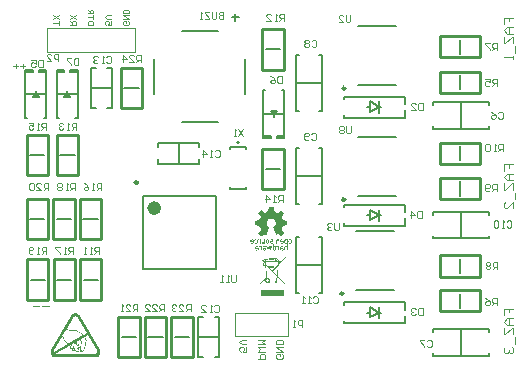
<source format=gbo>
G04*
G04 #@! TF.GenerationSoftware,Altium Limited,Altium Designer,20.0.13 (296)*
G04*
G04 Layer_Color=32896*
%FSLAX44Y44*%
%MOMM*%
G71*
G01*
G75*
%ADD10C,0.2500*%
%ADD13C,0.2000*%
%ADD14C,0.2540*%
%ADD15C,0.1500*%
%ADD16C,0.1000*%
%ADD46C,0.6000*%
%ADD70C,0.1270*%
G36*
X934916Y711910D02*
Y711841D01*
X935599Y708355D01*
Y708219D01*
X935668Y708150D01*
X935736D01*
X938060Y707194D01*
X938334D01*
X941204Y709244D01*
X941341D01*
X941409Y709176D01*
X943938Y706783D01*
Y706715D01*
Y706647D01*
Y706578D01*
Y706510D01*
X941956Y703639D01*
Y703571D01*
Y703503D01*
Y703434D01*
Y703366D01*
X942913Y700974D01*
X943118Y700837D01*
X943186D01*
X946467Y700222D01*
X946604D01*
X946672Y700153D01*
Y700085D01*
Y696599D01*
X946604Y696531D01*
X946536Y696462D01*
X946467D01*
X943255Y695779D01*
X943118Y695711D01*
Y695642D01*
X942024Y693045D01*
Y692976D01*
Y692908D01*
Y692840D01*
Y692771D01*
X943938Y690106D01*
Y690037D01*
Y689969D01*
Y689901D01*
X941409Y687440D01*
X941341Y687372D01*
X941273D01*
X941204Y687440D01*
X938539Y689217D01*
X938334D01*
X937171Y688602D01*
X936966Y688670D01*
X936898D01*
X934506Y694548D01*
Y694754D01*
X934574Y694822D01*
X934916Y694959D01*
X934984D01*
X935053Y695027D01*
Y695095D01*
X935668Y695574D01*
X936078Y696052D01*
X936420Y696599D01*
X936625Y697077D01*
X936761Y697556D01*
X936830Y697898D01*
Y698171D01*
Y698240D01*
X936761Y698855D01*
X936625Y699333D01*
X936488Y699812D01*
X936283Y700222D01*
X936078Y700563D01*
X935873Y700769D01*
X935805Y700905D01*
X935736Y700974D01*
X935258Y701384D01*
X934847Y701657D01*
X934369Y701862D01*
X933959Y701999D01*
X933549Y702067D01*
X933276Y702135D01*
X933002D01*
X932387Y702067D01*
X931908Y701930D01*
X931430Y701794D01*
X931020Y701589D01*
X930678Y701315D01*
X930473Y701179D01*
X930336Y701042D01*
X930268Y700974D01*
X929926Y700563D01*
X929653Y700085D01*
X929448Y699606D01*
X929311Y699196D01*
X929243Y698786D01*
X929174Y698513D01*
Y698308D01*
Y698240D01*
X929243Y697488D01*
X929448Y696872D01*
X929721Y696326D01*
X930063Y695916D01*
X930405Y695574D01*
X930678Y695300D01*
X930883Y695164D01*
X930952Y695095D01*
X931020Y695027D01*
X931088Y694959D01*
X931430Y694822D01*
X931498Y694617D01*
Y694548D01*
X929038Y688670D01*
X928969Y688602D01*
X928833D01*
X927739Y689217D01*
X927466D01*
X924800Y687440D01*
X924732Y687372D01*
X924663D01*
X924595Y687440D01*
X922066Y689901D01*
Y689969D01*
Y690106D01*
X923980Y692771D01*
Y692840D01*
Y692908D01*
Y692976D01*
Y693045D01*
X922954Y695642D01*
X922886Y695711D01*
X922818Y695779D01*
X922749D01*
X919537Y696462D01*
X919400D01*
X919332Y696531D01*
Y696599D01*
Y700085D01*
Y700153D01*
X919400Y700222D01*
X919537D01*
X922818Y700837D01*
X922954D01*
X923023Y700905D01*
Y700974D01*
X924116Y703366D01*
Y703434D01*
Y703503D01*
Y703639D01*
X922066Y706510D01*
Y706578D01*
Y706647D01*
Y706715D01*
Y706783D01*
X924595Y709176D01*
X924732Y709244D01*
X924800D01*
X927739Y707194D01*
X927944D01*
X930268Y708150D01*
X930336Y708219D01*
X930405Y708287D01*
Y708355D01*
X931088Y711841D01*
Y711910D01*
X931157Y711978D01*
X934847D01*
X934916Y711910D01*
D02*
G37*
G36*
X946877Y675137D02*
X946262D01*
Y677256D01*
X946194Y677529D01*
X946125Y677734D01*
X945852Y678008D01*
X945647Y678076D01*
X945237D01*
X945100Y677939D01*
X944827Y677666D01*
X944759Y677392D01*
Y677324D01*
Y677256D01*
Y675137D01*
X944007D01*
Y677529D01*
X944075Y677939D01*
X944212Y678213D01*
X944417Y678486D01*
X944622Y678623D01*
X945032Y678759D01*
X945237D01*
X945715Y678691D01*
X945989Y678554D01*
X946194Y678418D01*
X946262Y678349D01*
Y681220D01*
X945852Y681015D01*
X945510Y680878D01*
X945305Y680810D01*
X945237D01*
X944895Y680878D01*
X944553Y681083D01*
X944280Y681220D01*
X944212Y681288D01*
X944075Y681698D01*
X944007Y682177D01*
Y682587D01*
Y682655D01*
Y682724D01*
Y683407D01*
X944075Y683817D01*
X944143Y684091D01*
X944212Y684159D01*
X944553Y684433D01*
X944895Y684501D01*
X945169Y684569D01*
X945237D01*
X945647Y684501D01*
X945920Y684364D01*
X946194Y684227D01*
X946262Y684159D01*
Y684569D01*
X946877D01*
Y675137D01*
D02*
G37*
G36*
X939905Y680878D02*
X939154D01*
Y683065D01*
X939085Y683339D01*
X939017Y683544D01*
X938744Y683817D01*
X938539Y683886D01*
X938128D01*
X937992Y683749D01*
X937718Y683476D01*
X937650Y683202D01*
Y683134D01*
Y683065D01*
Y680878D01*
X936898D01*
Y683270D01*
X936966Y683681D01*
X937103Y684022D01*
X937308Y684227D01*
X937513Y684433D01*
X937923Y684569D01*
X938128D01*
X938607Y684501D01*
X938880Y684364D01*
X939085Y684227D01*
X939154Y684159D01*
Y684569D01*
X939905D01*
Y680878D01*
D02*
G37*
G36*
X923980D02*
X923228D01*
Y683065D01*
X923159Y683339D01*
X923091Y683544D01*
X922818Y683817D01*
X922613Y683886D01*
X922476D01*
X922339Y683817D01*
X922203Y683749D01*
X922134Y683681D01*
X922066Y683612D01*
X921519Y684296D01*
X921792Y684433D01*
X922066Y684569D01*
X922271D01*
X922681Y684501D01*
X923023Y684364D01*
X923159Y684227D01*
X923228Y684159D01*
Y684569D01*
X923980D01*
Y680878D01*
D02*
G37*
G36*
X927739Y682040D02*
X927671Y681630D01*
X927534Y681357D01*
X927329Y681083D01*
X927056Y680947D01*
X926645Y680810D01*
X926440D01*
X926099Y680878D01*
X925825Y681015D01*
X925620Y681152D01*
X925552Y681220D01*
Y680878D01*
X924800D01*
Y684569D01*
X925552D01*
Y682382D01*
Y682109D01*
X925688Y681904D01*
X925893Y681698D01*
X926099Y681562D01*
X926235D01*
X926509Y681630D01*
X926645Y681698D01*
X926919Y681972D01*
X926987Y682245D01*
Y682382D01*
Y684569D01*
X927739D01*
Y682040D01*
D02*
G37*
G36*
X920494Y684501D02*
X920904Y684296D01*
X921177Y683954D01*
X921382Y683681D01*
X921519Y683339D01*
X921587Y682997D01*
Y682792D01*
Y682724D01*
X921519Y682109D01*
X921314Y681630D01*
X921041Y681288D01*
X920767Y681083D01*
X920494Y680947D01*
X920220Y680810D01*
X919947D01*
X919400Y680947D01*
X918990Y681152D01*
X918717Y681357D01*
X918648Y681493D01*
X919195Y681972D01*
X919469Y681767D01*
X919673Y681630D01*
X919879Y681562D01*
X919947D01*
X920220Y681630D01*
X920425Y681767D01*
X920699Y682177D01*
X920835Y682519D01*
Y682655D01*
Y682724D01*
X920767Y683134D01*
X920699Y683407D01*
X920562Y683612D01*
X920357Y683749D01*
X920084Y683886D01*
X919947D01*
X919605Y683817D01*
X919400Y683681D01*
X919263Y683544D01*
X919195Y683476D01*
X918648Y683954D01*
X919058Y684296D01*
X919469Y684501D01*
X919810Y684569D01*
X919947D01*
X920494Y684501D01*
D02*
G37*
G36*
X942503D02*
X942913Y684296D01*
X943186Y683954D01*
X943323Y683681D01*
X943460Y683339D01*
X943528Y682997D01*
Y682792D01*
Y682724D01*
X943460Y682109D01*
X943255Y681630D01*
X942981Y681288D01*
X942708Y681083D01*
X942434Y680947D01*
X942161Y680810D01*
X941888D01*
X941341Y680878D01*
X940931Y681152D01*
X940657Y681357D01*
X940521Y681425D01*
X941136Y681904D01*
X941409Y681698D01*
X941614Y681562D01*
X941888Y681493D01*
X941956D01*
X942230Y681562D01*
X942434Y681630D01*
X942640Y681972D01*
X942776Y682245D01*
Y682314D01*
Y682382D01*
X940452D01*
Y683065D01*
X940521Y683544D01*
X940726Y683954D01*
X940931Y684227D01*
X941204Y684364D01*
X941546Y684501D01*
X941751Y684569D01*
X942024D01*
X942503Y684501D01*
D02*
G37*
G36*
X917418D02*
X917828Y684296D01*
X918101Y683954D01*
X918238Y683681D01*
X918375Y683339D01*
X918443Y682997D01*
Y682792D01*
Y682724D01*
X918375Y682109D01*
X918170Y681630D01*
X917896Y681288D01*
X917623Y681083D01*
X917350Y680947D01*
X917076Y680810D01*
X916803D01*
X916256Y680878D01*
X915846Y681152D01*
X915572Y681357D01*
X915504Y681425D01*
X916051Y681904D01*
X916256Y681698D01*
X916529Y681562D01*
X916734Y681493D01*
X916803D01*
X917076Y681562D01*
X917281Y681630D01*
X917555Y681972D01*
X917691Y682245D01*
Y682314D01*
Y682382D01*
X915367D01*
Y683065D01*
X915436Y683544D01*
X915641Y683954D01*
X915846Y684227D01*
X916119Y684364D01*
X916461Y684501D01*
X916666Y684569D01*
X916939D01*
X917418Y684501D01*
D02*
G37*
G36*
X949543D02*
X949953Y684364D01*
X950158Y684227D01*
X950227Y684159D01*
X950363Y683681D01*
X950432Y683270D01*
X950500Y682860D01*
Y682792D01*
Y682724D01*
X950432Y682109D01*
X950363Y681698D01*
X950295Y681357D01*
X950227Y681288D01*
X949817Y681015D01*
X949475Y680878D01*
X949201Y680810D01*
X949065D01*
X948586Y680878D01*
X948244Y681083D01*
X948039Y681220D01*
X947971Y681288D01*
X947698Y681698D01*
X947629Y682177D01*
X947561Y682587D01*
Y682655D01*
Y682724D01*
X947629Y683407D01*
X947766Y683817D01*
X947903Y684091D01*
X947971Y684159D01*
X948244Y684433D01*
X948586Y684501D01*
X948928Y684569D01*
X949065D01*
X949543Y684501D01*
D02*
G37*
G36*
X933754D02*
X934096Y684433D01*
X934301Y684227D01*
X934506Y684022D01*
X934642Y683681D01*
Y683544D01*
Y683476D01*
X934574Y683134D01*
X934506Y682929D01*
X934164Y682587D01*
X933822Y682450D01*
X933754Y682382D01*
X933002D01*
X932729Y682245D01*
X932592Y682109D01*
X932524Y682040D01*
Y681972D01*
Y681835D01*
X932660Y681698D01*
X932865Y681562D01*
X933139Y681493D01*
X933276D01*
X933686Y681562D01*
X934096Y681767D01*
X934369Y681904D01*
X934437Y681972D01*
X934916Y681493D01*
X934369Y681083D01*
X933891Y680878D01*
X933481Y680810D01*
X933344D01*
X932797Y680878D01*
X932455Y681015D01*
X932182Y681152D01*
X931977Y681425D01*
X931840Y681630D01*
X931772Y681767D01*
Y681904D01*
Y681972D01*
X931840Y682314D01*
X931908Y682519D01*
X932318Y682860D01*
X932660Y683065D01*
X932865D01*
X933481Y683134D01*
X933822Y683202D01*
X933959Y683339D01*
X934027Y683407D01*
Y683476D01*
X933891Y683749D01*
X933686Y683817D01*
X933481Y683886D01*
X933344D01*
X933070Y683817D01*
X932729Y683749D01*
X932455Y683612D01*
X932318Y683544D01*
X931908Y684022D01*
X932387Y684364D01*
X932797Y684501D01*
X933207Y684569D01*
X933344D01*
X933754Y684501D01*
D02*
G37*
G36*
X930336D02*
X930746Y684364D01*
X930952Y684227D01*
X931020Y684159D01*
X931225Y683749D01*
X931293Y683270D01*
X931362Y682860D01*
Y682792D01*
Y682724D01*
X931293Y682109D01*
X931157Y681630D01*
X931088Y681357D01*
X931020Y681288D01*
X930610Y681015D01*
X930268Y680878D01*
X929995Y680810D01*
X929858D01*
X929379Y680878D01*
X929038Y681083D01*
X928833Y681220D01*
X928764Y681288D01*
X928491Y681698D01*
X928422Y682177D01*
X928354Y682587D01*
Y682655D01*
Y682724D01*
X928422Y683407D01*
X928559Y683817D01*
X928696Y684091D01*
X928764Y684159D01*
X929106Y684433D01*
X929448Y684501D01*
X929721Y684569D01*
X929858D01*
X930336Y684501D01*
D02*
G37*
G36*
X939700Y675137D02*
X938949D01*
Y677256D01*
Y677529D01*
X938880Y677734D01*
X938607Y678008D01*
X938402Y678076D01*
X938128D01*
X937923Y678008D01*
X937855Y677939D01*
X937787Y677871D01*
X937240Y678486D01*
X937513Y678623D01*
X937787Y678759D01*
X938060D01*
X938470Y678691D01*
X938744Y678554D01*
X938880Y678418D01*
X938949Y678349D01*
Y678759D01*
X939700D01*
Y675137D01*
D02*
G37*
G36*
X924937D02*
X924185D01*
Y677256D01*
Y677529D01*
X924048Y677734D01*
X923843Y678008D01*
X923638Y678076D01*
X923296D01*
X923159Y678008D01*
X923023Y677939D01*
Y677871D01*
X922408Y678486D01*
X922681Y678623D01*
X922954Y678759D01*
X923159D01*
X923638Y678691D01*
X923911Y678554D01*
X924116Y678418D01*
X924185Y678349D01*
Y678759D01*
X924937D01*
Y675137D01*
D02*
G37*
G36*
X942640Y678691D02*
X942981Y678554D01*
X943255Y678349D01*
X943323Y678281D01*
X942776Y677871D01*
X942571Y678008D01*
X942298Y678076D01*
X941751D01*
X941614Y678008D01*
X941341Y677871D01*
X941273Y677666D01*
Y677597D01*
Y677256D01*
X942298D01*
X942708Y677187D01*
X942981Y677119D01*
X943255Y676914D01*
X943391Y676709D01*
X943528Y676367D01*
Y676230D01*
Y676162D01*
X943460Y675752D01*
X943323Y675479D01*
X943118Y675273D01*
X942845Y675137D01*
X942366Y675000D01*
X942161D01*
X941751Y675068D01*
X941478Y675205D01*
X941341Y675342D01*
X941273Y675410D01*
Y675137D01*
X940521D01*
Y677597D01*
X940589Y678008D01*
X940794Y678281D01*
X940999Y678486D01*
X941273Y678623D01*
X941614Y678691D01*
X941819Y678759D01*
X942093D01*
X942640Y678691D01*
D02*
G37*
G36*
X927807D02*
X928149Y678554D01*
X928354Y678349D01*
X928422Y678281D01*
X927876Y677871D01*
X927739Y678008D01*
X927466Y678076D01*
X926919D01*
X926782Y678008D01*
X926509Y677871D01*
X926440Y677666D01*
Y677597D01*
Y677256D01*
X927466D01*
X927876Y677187D01*
X928149Y677119D01*
X928422Y676914D01*
X928559Y676709D01*
X928696Y676367D01*
Y676230D01*
Y676162D01*
X928628Y675752D01*
X928491Y675479D01*
X928286Y675273D01*
X928012Y675137D01*
X927602Y675000D01*
X927397D01*
X926987Y675068D01*
X926645Y675205D01*
X926509Y675342D01*
X926440Y675410D01*
Y675137D01*
X925757D01*
Y677597D01*
X925825Y678008D01*
X925962Y678281D01*
X926235Y678486D01*
X926440Y678623D01*
X926987Y678759D01*
X927192D01*
X927807Y678691D01*
D02*
G37*
G36*
X932729Y675137D02*
X932113D01*
X931362Y677666D01*
X930541Y675137D01*
X929858D01*
X928696Y678759D01*
X929516D01*
X930200Y676162D01*
X931020Y678759D01*
X931567D01*
X932455Y676162D01*
X933139Y678759D01*
X933891D01*
X932729Y675137D01*
D02*
G37*
G36*
X921382Y678691D02*
X921792Y678486D01*
X922066Y678144D01*
X922203Y677871D01*
X922339Y677529D01*
X922408Y677187D01*
Y676982D01*
Y676914D01*
X922339Y676299D01*
X922134Y675820D01*
X921861Y675479D01*
X921587Y675273D01*
X921314Y675137D01*
X921041Y675000D01*
X920767D01*
X920220Y675068D01*
X919810Y675342D01*
X919537Y675547D01*
X919469Y675615D01*
X920015Y676094D01*
X920289Y675889D01*
X920494Y675752D01*
X920767Y675684D01*
X920835D01*
X921109Y675752D01*
X921314Y675820D01*
X921519Y676162D01*
X921656Y676435D01*
Y676504D01*
Y676572D01*
X919332D01*
Y677256D01*
X919400Y677734D01*
X919605Y678144D01*
X919810Y678418D01*
X920084Y678554D01*
X920425Y678691D01*
X920630Y678759D01*
X920904D01*
X921382Y678691D01*
D02*
G37*
G36*
X935053Y678349D02*
X935394Y678623D01*
X935668Y678691D01*
X935941Y678759D01*
X936010D01*
X936420Y678691D01*
X936761Y678554D01*
X936898Y678418D01*
X936966Y678349D01*
X937035Y678213D01*
X937103Y678008D01*
X937171Y677529D01*
X937240Y677119D01*
Y676982D01*
Y676914D01*
Y676504D01*
X937171Y676230D01*
Y675957D01*
X937103Y675820D01*
X937035Y675615D01*
X936966Y675547D01*
X936693Y675205D01*
X936351Y675068D01*
X936078Y675000D01*
X936010D01*
X935599Y675068D01*
X935326Y675205D01*
X935121Y675342D01*
X935053Y675410D01*
Y675137D01*
X934301D01*
Y680263D01*
X935053D01*
Y678349D01*
D02*
G37*
G36*
X945500Y669395D02*
X939215Y662836D01*
X939058Y661079D01*
X938668Y656824D01*
X938356Y653740D01*
X945071Y646830D01*
X944602Y646400D01*
X938278Y652881D01*
X937926Y648899D01*
X937731D01*
Y647376D01*
X936326D01*
Y648899D01*
X931953D01*
X931797Y648587D01*
X931602Y648313D01*
X931290Y647962D01*
X930860Y647689D01*
X930392Y647533D01*
X929962Y647494D01*
X929494Y647533D01*
X929142Y647611D01*
X928791Y647767D01*
X928440Y647962D01*
X928205Y648235D01*
X927932Y648587D01*
X927737Y649016D01*
X927620Y649406D01*
X927581Y649719D01*
X927620Y650109D01*
X927698Y650422D01*
X927776Y650695D01*
X927971Y651007D01*
X928166Y651241D01*
X928401Y651476D01*
X928674Y651671D01*
X928947Y651827D01*
X928908Y652139D01*
X923364Y646400D01*
X922896Y646869D01*
X928869Y652998D01*
X928362Y658386D01*
X928049Y662251D01*
X926253D01*
Y664749D01*
X926722D01*
X922232Y669395D01*
X922701Y669824D01*
X926917Y665452D01*
Y665764D01*
X926839Y665842D01*
X926722Y665920D01*
X926605Y666037D01*
X926488Y666193D01*
X926449Y666311D01*
X926410Y666467D01*
X926370Y666662D01*
X926410Y666896D01*
X926449Y667052D01*
X926644Y667287D01*
X926800Y667482D01*
X927073Y667560D01*
X927307Y667599D01*
X927581D01*
X927776Y667482D01*
X927971Y667365D01*
X928088Y667248D01*
X928244Y667404D01*
X928518Y667599D01*
X928869Y667755D01*
X929337Y667950D01*
X929845Y668107D01*
X930392Y668224D01*
X930938Y668302D01*
X931368Y668380D01*
Y668926D01*
X934920D01*
Y668419D01*
X935193D01*
X935662Y668380D01*
X936130Y668302D01*
X936599Y668224D01*
Y668536D01*
X938160D01*
Y667794D01*
X938317Y667716D01*
X938590Y667599D01*
X938824Y667443D01*
X939058Y667287D01*
X939293Y667092D01*
X939410Y666974D01*
X939527Y666857D01*
X939566Y666701D01*
Y666467D01*
X940464D01*
Y665296D01*
X939449D01*
X939293Y663851D01*
X945071Y669824D01*
X945500Y669395D01*
D02*
G37*
G36*
X944173Y641286D02*
Y641208D01*
Y640935D01*
Y640622D01*
Y640544D01*
Y640505D01*
Y639920D01*
Y639334D01*
Y639100D01*
Y638905D01*
Y638788D01*
Y638749D01*
Y638085D01*
Y637812D01*
Y637538D01*
Y637343D01*
Y637187D01*
Y637070D01*
Y637031D01*
Y636758D01*
Y636562D01*
Y636445D01*
Y636367D01*
Y636250D01*
X923911D01*
Y636289D01*
Y636367D01*
Y636640D01*
Y636914D01*
Y636992D01*
Y637031D01*
Y637616D01*
Y638202D01*
Y638397D01*
Y638592D01*
Y638709D01*
Y638749D01*
Y639451D01*
Y639725D01*
Y639998D01*
Y640193D01*
Y640388D01*
Y640466D01*
Y640505D01*
Y640779D01*
Y640974D01*
Y641130D01*
Y641208D01*
Y641325D01*
X944173D01*
Y641286D01*
D02*
G37*
G36*
X767984Y621986D02*
X768687Y621811D01*
X768980Y621693D01*
X769155Y621635D01*
X769273Y621518D01*
X769331D01*
X769565Y621401D01*
X769683Y621342D01*
X770210Y620873D01*
X770561Y620405D01*
X770854Y620053D01*
X770913Y619995D01*
Y619936D01*
X787664Y590884D01*
X787723D01*
Y590826D01*
X787840Y590592D01*
X787957Y590416D01*
X788016Y590299D01*
Y590240D01*
X788074Y590123D01*
X788133Y589889D01*
X788191Y589713D01*
Y589654D01*
X788250Y589069D01*
Y588483D01*
X788133Y588014D01*
X788016Y587546D01*
X787899Y587194D01*
X787781Y586902D01*
X787723Y586726D01*
X787664Y586667D01*
Y586609D01*
X787430Y586257D01*
X787371Y586140D01*
X787313Y586082D01*
X787020Y585789D01*
X786961Y585671D01*
X786903Y585613D01*
X786376Y585203D01*
X785907Y584969D01*
X785380Y584734D01*
X784911Y584617D01*
X784501Y584559D01*
X784209Y584500D01*
X750061D01*
X749885Y584559D01*
X749534D01*
X749358Y584617D01*
X749182Y584676D01*
X749124D01*
X748538Y584910D01*
X748069Y585203D01*
X747659Y585554D01*
X747308Y585847D01*
X747074Y586199D01*
X746898Y586433D01*
X746781Y586609D01*
X746722Y586667D01*
X746664D01*
X746546Y586902D01*
X746488Y587077D01*
X746429Y587194D01*
Y587253D01*
X746371Y587487D01*
X746312Y587663D01*
X746254Y587780D01*
Y587839D01*
X746195Y588483D01*
Y589069D01*
X746254Y589596D01*
X746371Y590006D01*
X746488Y590416D01*
X746605Y590709D01*
X746664Y590884D01*
X746722Y590943D01*
X763474Y619995D01*
X763767Y620346D01*
X763825Y620463D01*
X763884Y620522D01*
X764001Y620698D01*
X764118Y620815D01*
X764235Y620932D01*
X764294Y620991D01*
X764762Y621342D01*
X765231Y621635D01*
X765758Y621811D01*
X766168Y621986D01*
X766578Y622045D01*
X766871Y622104D01*
X767164D01*
X767984Y621986D01*
D02*
G37*
%LPC*%
G36*
X945647Y683886D02*
X945510D01*
X945237Y683817D01*
X945100Y683681D01*
X944827Y683339D01*
X944759Y682929D01*
Y682792D01*
Y682724D01*
Y682314D01*
X944895Y682040D01*
X944964Y681835D01*
X945100Y681698D01*
X945374Y681562D01*
X945510D01*
X945784Y681630D01*
X945920Y681767D01*
X946194Y682177D01*
X946262Y682519D01*
Y682655D01*
Y682724D01*
X946194Y683134D01*
X946125Y683407D01*
X945989Y683612D01*
X945852Y683749D01*
X945647Y683886D01*
D02*
G37*
G36*
X942161D02*
X941819D01*
X941614Y683749D01*
X941341Y683476D01*
X941204Y683202D01*
Y683134D01*
Y683065D01*
X942776D01*
X942708Y683339D01*
X942640Y683544D01*
X942366Y683817D01*
X942161Y683886D01*
D02*
G37*
G36*
X917076D02*
X916734D01*
X916529Y683749D01*
X916256Y683476D01*
X916119Y683202D01*
Y683134D01*
Y683065D01*
X917691D01*
X917623Y683339D01*
X917555Y683544D01*
X917281Y683817D01*
X917076Y683886D01*
D02*
G37*
G36*
X949133D02*
X949065D01*
X948791Y683817D01*
X948586Y683749D01*
X948518Y683612D01*
X948449Y683544D01*
X948381Y683339D01*
X948313Y683065D01*
Y682860D01*
Y682724D01*
Y682314D01*
X948381Y682040D01*
X948449Y681904D01*
Y681835D01*
X948586Y681698D01*
X948791Y681630D01*
X948996Y681562D01*
X949065D01*
X949338Y681630D01*
X949543Y681698D01*
X949611Y681767D01*
Y681835D01*
X949748Y682109D01*
X949817Y682382D01*
X949885Y682655D01*
Y682724D01*
X949817Y683065D01*
X949748Y683339D01*
X949680Y683476D01*
X949611Y683544D01*
X949475Y683749D01*
X949270Y683817D01*
X949133Y683886D01*
D02*
G37*
G36*
X929926D02*
X929858D01*
X929585Y683817D01*
X929448Y683749D01*
X929311Y683612D01*
Y683544D01*
X929174Y683339D01*
X929106Y683065D01*
Y682860D01*
Y682724D01*
Y682314D01*
X929174Y682040D01*
X929243Y681904D01*
X929311Y681835D01*
X929448Y681698D01*
X929653Y681630D01*
X929790Y681562D01*
X929858D01*
X930131Y681630D01*
X930336Y681698D01*
X930405Y681767D01*
Y681835D01*
X930541Y682040D01*
X930610Y682382D01*
Y682587D01*
Y682724D01*
X930541Y683134D01*
X930473Y683407D01*
X930405Y683544D01*
X930268Y683749D01*
X930063Y683817D01*
X929926Y683886D01*
D02*
G37*
G36*
X942230Y676572D02*
X941273D01*
Y676367D01*
Y676162D01*
X941409Y675957D01*
X941683Y675752D01*
X941956Y675684D01*
X942093D01*
X942503Y675752D01*
X942708Y675957D01*
X942776Y676094D01*
Y676162D01*
X942708Y676435D01*
X942434Y676504D01*
X942230Y676572D01*
D02*
G37*
G36*
X927397D02*
X926440D01*
Y676367D01*
X926509Y676162D01*
X926577Y675957D01*
X926850Y675752D01*
X927192Y675684D01*
X927329D01*
X927671Y675752D01*
X927876Y675957D01*
X927944Y676094D01*
Y676162D01*
X927876Y676435D01*
X927602Y676504D01*
X927397Y676572D01*
D02*
G37*
G36*
X921041Y678076D02*
X920699D01*
X920494Y677939D01*
X920220Y677666D01*
X920084Y677392D01*
Y677324D01*
Y677256D01*
X921656D01*
X921587Y677529D01*
X921519Y677734D01*
X921246Y678008D01*
X921041Y678076D01*
D02*
G37*
G36*
X935873D02*
X935736D01*
X935531Y678008D01*
X935326Y677871D01*
X935121Y677529D01*
X935053Y677119D01*
Y676982D01*
Y676914D01*
Y676504D01*
X935189Y676230D01*
X935258Y676025D01*
X935394Y675889D01*
X935599Y675752D01*
X935736D01*
X936010Y675820D01*
X936146Y675957D01*
X936420Y676367D01*
X936488Y676709D01*
Y676845D01*
Y676914D01*
X936420Y677324D01*
X936351Y677597D01*
X936215Y677802D01*
X936078Y677939D01*
X935873Y678076D01*
D02*
G37*
G36*
X934257Y668263D02*
X931992D01*
Y667911D01*
X934257D01*
Y668263D01*
D02*
G37*
G36*
X934920Y667755D02*
Y667248D01*
X931368D01*
Y667677D01*
X930626Y667560D01*
X929962Y667404D01*
X929416Y667248D01*
X928986Y667052D01*
X928596Y666857D01*
X928362Y666623D01*
Y666467D01*
X936599D01*
Y667560D01*
X936091Y667638D01*
X935545Y667716D01*
X934920Y667755D01*
D02*
G37*
G36*
X937497Y667911D02*
X937263D01*
Y667052D01*
X937497D01*
Y667911D01*
D02*
G37*
G36*
X938160Y667092D02*
Y666467D01*
X938902D01*
X938941Y666545D01*
X938746Y666740D01*
X938512Y666896D01*
X938160Y667092D01*
D02*
G37*
G36*
X927385Y666974D02*
X927346D01*
X927151Y666935D01*
X927073Y666818D01*
X927034Y666701D01*
Y666662D01*
X927073Y666467D01*
X927190Y666350D01*
X927307Y666311D01*
X927346D01*
X927542Y666350D01*
X927620Y666506D01*
X927659Y666623D01*
Y666662D01*
X927620Y666857D01*
X927503Y666935D01*
X927385Y666974D01*
D02*
G37*
G36*
X928127Y664124D02*
X926917D01*
Y662914D01*
X928127D01*
Y664124D01*
D02*
G37*
G36*
X934335Y661353D02*
X931016D01*
Y661118D01*
X934335D01*
Y661353D01*
D02*
G37*
G36*
X938824Y665296D02*
X928440D01*
X928479Y664749D01*
X928791D01*
Y663578D01*
X930313Y661977D01*
X934998D01*
Y660494D01*
X931797D01*
X933905Y658269D01*
X938629Y663148D01*
X938824Y665296D01*
D02*
G37*
G36*
X938512Y662133D02*
X934374Y657800D01*
X937770Y654325D01*
X938512Y662133D01*
D02*
G37*
G36*
X928791Y662641D02*
Y662251D01*
X928713D01*
X929455Y653623D01*
X933476Y657800D01*
X930860Y660494D01*
X930313D01*
Y661040D01*
X928791Y662641D01*
D02*
G37*
G36*
X933905Y657371D02*
X929494Y652764D01*
X929572Y651983D01*
X929884Y652022D01*
X930235Y651983D01*
X930626Y651866D01*
X931016Y651671D01*
X931329Y651476D01*
X931602Y651202D01*
X931836Y650851D01*
X932031Y650422D01*
X932148Y649914D01*
X932109Y649563D01*
X937341D01*
X937692Y653467D01*
X933905Y657371D01*
D02*
G37*
G36*
X930040Y650890D02*
X929884D01*
X929494Y650851D01*
X929220Y650734D01*
X929025Y650539D01*
X928908Y650343D01*
X928791Y650109D01*
X928752Y649953D01*
Y649797D01*
Y649758D01*
X928791Y649367D01*
X928908Y649094D01*
X929103Y648899D01*
X929298Y648782D01*
X929533Y648704D01*
X929689Y648626D01*
X929884D01*
X930235Y648665D01*
X930509Y648821D01*
X930704Y648977D01*
X930821Y649211D01*
X930899Y649406D01*
X930977Y649602D01*
Y649719D01*
Y649758D01*
X930938Y650148D01*
X930821Y650422D01*
X930626Y650617D01*
X930431Y650734D01*
X930235Y650851D01*
X930040Y650890D01*
D02*
G37*
G36*
X937067Y648899D02*
X936950D01*
Y648001D01*
X937067D01*
Y648899D01*
D02*
G37*
%LPD*%
G36*
X930118Y650461D02*
X930313Y650382D01*
X930431Y650265D01*
X930548Y650148D01*
X930626Y649875D01*
Y649797D01*
Y649758D01*
X930587Y649523D01*
X930509Y649328D01*
X930392Y649211D01*
X930235Y649094D01*
X930001Y649016D01*
X929884D01*
X929650Y649055D01*
X929455Y649133D01*
X929337Y649250D01*
X929220Y649406D01*
X929142Y649641D01*
Y649719D01*
Y649758D01*
X929181Y649992D01*
X929259Y650187D01*
X929377Y650304D01*
X929494Y650422D01*
X929767Y650499D01*
X929884D01*
X930118Y650461D01*
D02*
G37*
%LPC*%
G36*
X929923Y649875D02*
X929806D01*
X929767Y649836D01*
Y649797D01*
Y649758D01*
Y649680D01*
X929806Y649641D01*
X929884D01*
X929962Y649680D01*
X930001Y649719D01*
Y649758D01*
X929962Y649836D01*
X929923Y649875D01*
D02*
G37*
G36*
X767281Y619292D02*
X767164D01*
Y619233D01*
X766578Y619116D01*
X766051Y618941D01*
X765758Y618765D01*
X765641Y618648D01*
X765465Y618531D01*
X765407Y618472D01*
Y618413D01*
X765290Y618179D01*
X765231Y618121D01*
X765173D01*
X759725Y608632D01*
X761600Y607870D01*
X762185Y607695D01*
X762712Y607636D01*
X762947Y607578D01*
X763884D01*
X764470Y607636D01*
X766930D01*
X767398Y607578D01*
X767867Y607460D01*
X768218Y607402D01*
X768453Y607343D01*
X768628Y607285D01*
X768687D01*
X769097Y607109D01*
X769565Y606933D01*
X770385Y606406D01*
X770737Y606172D01*
X771030Y605996D01*
X771205Y605879D01*
X771264Y605820D01*
X771440Y605703D01*
X771733Y605527D01*
X771908Y605410D01*
X772026Y605352D01*
X772260Y605235D01*
X772318Y605176D01*
X772377D01*
X772494Y605117D01*
X772553Y605059D01*
X772963Y604766D01*
X773255Y604532D01*
X773431Y604415D01*
X773490Y604356D01*
X773841Y604063D01*
X774075Y603829D01*
X774193Y603712D01*
X774251Y603653D01*
X776711Y605059D01*
X769214Y618062D01*
X768980Y618355D01*
X768745Y618648D01*
X768570Y618765D01*
X768511Y618823D01*
X768453Y618882D01*
X768394D01*
X768335Y618941D01*
X767925Y619175D01*
X767574Y619233D01*
X767281Y619292D01*
D02*
G37*
G36*
X759432Y608105D02*
X756211Y602599D01*
X756504Y602365D01*
X756621Y602306D01*
X756680Y602247D01*
X756914Y601955D01*
X757148Y601603D01*
X757324Y601427D01*
X757382Y601310D01*
X757558Y600959D01*
X757675Y600549D01*
X757792Y600256D01*
X757851Y600197D01*
Y600139D01*
X758027Y599612D01*
X758202Y599319D01*
X758261Y599143D01*
X758319Y599085D01*
X758554Y598792D01*
X758612Y598733D01*
X758671Y598675D01*
X758964Y598382D01*
X759022Y598323D01*
X759081Y598265D01*
X759608Y597737D01*
X760135Y597327D01*
X760604Y596976D01*
X760955Y596742D01*
X761307Y596566D01*
X761541Y596449D01*
X761658Y596390D01*
X761717D01*
X773724Y603360D01*
X773314Y603712D01*
X773197Y603829D01*
X773138Y603887D01*
X772787Y604122D01*
X772494Y604356D01*
X772260Y604473D01*
X772201Y604532D01*
X771967Y604707D01*
X771850Y604766D01*
X771733Y604825D01*
X771381Y605059D01*
X771088Y605235D01*
X770971Y605293D01*
X770913Y605352D01*
X770385Y605703D01*
X769917Y605996D01*
X769507Y606230D01*
X769155Y606406D01*
X768863Y606523D01*
X768628Y606640D01*
X768511Y606699D01*
X768453D01*
X767574Y606933D01*
X766754Y607050D01*
X765465D01*
X765173Y606992D01*
X765055D01*
X764352Y606933D01*
X763181D01*
X762478Y606992D01*
X761892Y607168D01*
X761717Y607226D01*
X761541Y607285D01*
X761424Y607343D01*
X761365D01*
X759432Y608105D01*
D02*
G37*
G36*
X768043Y597913D02*
X766578Y597034D01*
X766930Y596800D01*
X767223Y596566D01*
X767457Y596332D01*
X767574Y596273D01*
X767691Y596449D01*
X767808Y596624D01*
X767867Y596800D01*
X767925Y596859D01*
X767984Y596976D01*
X768101Y597327D01*
Y597444D01*
Y597503D01*
Y597620D01*
Y597796D01*
X768043Y597854D01*
Y597913D01*
D02*
G37*
G36*
X769683Y598850D02*
X768628Y598265D01*
X768687Y597972D01*
X768745Y597737D01*
Y597562D01*
Y597503D01*
X768687Y597210D01*
X768628Y596976D01*
X768570Y596800D01*
Y596742D01*
X768511Y596624D01*
X768335Y596273D01*
X768218Y596039D01*
X768101Y595922D01*
Y595863D01*
X768453Y595512D01*
X768804Y595219D01*
X769038Y594985D01*
X769097Y594867D01*
X769155Y594809D01*
X769214Y594750D01*
X769273Y594692D01*
X769331Y594633D01*
X769507Y594985D01*
X769624Y595219D01*
X769683Y595395D01*
X769741Y595453D01*
X769800Y595570D01*
X769858Y595687D01*
X769917Y595863D01*
Y595922D01*
X769975Y596156D01*
Y596449D01*
Y596683D01*
Y596800D01*
Y596859D01*
Y596976D01*
Y597327D01*
Y597620D01*
Y597737D01*
Y597796D01*
X769917Y598206D01*
Y598323D01*
Y598382D01*
X769800Y598733D01*
X769683Y598792D01*
Y598850D01*
D02*
G37*
G36*
X771147Y599729D02*
X770210Y599202D01*
X770327Y598967D01*
X770444Y598792D01*
X770503Y598616D01*
Y598557D01*
X770561Y598265D01*
X770620Y598030D01*
Y597854D01*
Y597796D01*
Y597444D01*
Y597327D01*
Y597269D01*
Y596976D01*
Y596859D01*
Y596800D01*
Y596332D01*
X770561Y596039D01*
X770503Y595863D01*
Y595804D01*
Y595746D01*
X770444Y595570D01*
Y595512D01*
Y595453D01*
X770385D01*
X770327Y595336D01*
X770268Y595277D01*
Y595219D01*
X770093Y594809D01*
X769858Y594457D01*
X769741Y594223D01*
X769683Y594106D01*
X769975Y593696D01*
X770151Y593344D01*
X770268Y593110D01*
X770327Y592993D01*
X770561Y593169D01*
X770620Y593227D01*
X770678D01*
X770854Y593344D01*
X770971Y593462D01*
X771088Y593520D01*
Y593579D01*
X771147Y593637D01*
X771205Y593696D01*
X771264D01*
X771440Y593754D01*
Y593813D01*
X771498D01*
X771557Y593872D01*
X771615D01*
Y593930D01*
X771674Y593989D01*
Y594106D01*
Y594516D01*
X771615Y594867D01*
X771557Y595102D01*
Y595219D01*
Y595629D01*
X771674Y596097D01*
X771791Y596449D01*
X771850Y596566D01*
Y596624D01*
X771967Y596976D01*
X772026Y597210D01*
X772084Y597620D01*
Y597796D01*
Y597854D01*
X771967Y598089D01*
X771850Y598323D01*
X771733Y598557D01*
X771674Y598616D01*
X771440Y599085D01*
X771264Y599436D01*
X771147Y599670D01*
Y599729D01*
D02*
G37*
G36*
X764294Y594164D02*
X764235D01*
X764118Y594047D01*
X763825Y593872D01*
X763650Y593637D01*
X763532Y593579D01*
Y593520D01*
Y593462D01*
X763474D01*
Y593403D01*
X763357Y593227D01*
Y593169D01*
Y593110D01*
Y592934D01*
X763415Y592759D01*
X763474Y592583D01*
Y592524D01*
X763532D01*
X763650Y592407D01*
X763884Y592349D01*
X764118D01*
X764587Y592407D01*
X764938Y592466D01*
X765173Y592524D01*
X765290D01*
X765583Y592642D01*
X765641Y592700D01*
X765700D01*
X765641Y592759D01*
Y592817D01*
X765583Y592876D01*
X765348Y593227D01*
X765173Y593520D01*
X764997Y593637D01*
X764938Y593696D01*
X764762Y593872D01*
X764528Y593989D01*
X764352Y594106D01*
X764294Y594164D01*
D02*
G37*
G36*
X774895Y601896D02*
X771733Y600080D01*
X771791Y599729D01*
X771967Y599377D01*
X772143Y599085D01*
X772201Y599026D01*
Y598967D01*
X772436Y598557D01*
X772611Y598265D01*
X772670Y598030D01*
Y597972D01*
Y597796D01*
Y597503D01*
X772611Y597034D01*
X772553Y596742D01*
X772494Y596566D01*
X772436Y596449D01*
Y596390D01*
X772318Y596097D01*
X772260Y595863D01*
X772201Y595570D01*
Y595453D01*
Y595395D01*
X772260Y594926D01*
Y594457D01*
Y594164D01*
Y594106D01*
Y594047D01*
Y593930D01*
Y593872D01*
X772201Y593754D01*
Y593696D01*
X772143Y593462D01*
Y593344D01*
X772084Y593110D01*
X772026Y592993D01*
Y592934D01*
X771850Y592349D01*
X771733Y591939D01*
X771615Y591587D01*
Y591294D01*
X771557Y591119D01*
Y591002D01*
Y590884D01*
X771674Y590533D01*
X771850Y590240D01*
X772026Y590006D01*
X772084Y589947D01*
X772143Y589889D01*
X772201Y589830D01*
Y590006D01*
Y590123D01*
Y590357D01*
Y590474D01*
X772377Y590826D01*
X772436Y590943D01*
X772494Y591002D01*
X772611Y591177D01*
X772670Y591236D01*
X772846Y591529D01*
X773080Y591763D01*
X773255Y591880D01*
X773490Y591997D01*
X773841Y592114D01*
X774134D01*
X774193Y592056D01*
X774251D01*
X774310Y591997D01*
X774368D01*
X774427Y592232D01*
X774485Y592466D01*
X774544Y592642D01*
X774603Y592700D01*
X774778Y593110D01*
X774954Y593462D01*
X775013Y593696D01*
X775071Y593754D01*
X775130Y594223D01*
X775247Y594633D01*
X775305Y595043D01*
Y595102D01*
Y595160D01*
X775364Y595863D01*
X775481Y596332D01*
X775540Y596624D01*
Y596742D01*
Y596800D01*
X775598Y596976D01*
X775657Y597152D01*
X775715Y597269D01*
Y597327D01*
X775833Y597796D01*
X775891Y598147D01*
X775950Y598499D01*
Y598733D01*
Y598909D01*
Y599026D01*
Y599143D01*
X775833Y599436D01*
X775715Y599787D01*
X775598Y600080D01*
X775540Y600139D01*
Y600197D01*
X775188Y600900D01*
X775013Y601427D01*
X774895Y601779D01*
Y601896D01*
D02*
G37*
G36*
X765993Y596742D02*
X763650Y595395D01*
X763942Y595160D01*
X764235Y594926D01*
X764470Y594750D01*
X764528Y594692D01*
X764587D01*
X764938Y594457D01*
X765173Y594340D01*
X765231Y594223D01*
X765290D01*
X765641Y593872D01*
X765934Y593520D01*
X766110Y593286D01*
X766168Y593227D01*
Y593169D01*
X766285Y592934D01*
X766344Y592759D01*
X766403Y592642D01*
Y592583D01*
Y592466D01*
X766461Y592407D01*
Y592349D01*
X766813Y592466D01*
X766988D01*
X767223Y592524D01*
X767281Y592583D01*
X768043D01*
X768394Y592524D01*
X768511D01*
X768628Y592466D01*
X768687D01*
X768745Y592407D01*
X768921D01*
X768980Y592349D01*
X769038D01*
X769390Y592232D01*
X769624Y592056D01*
X769800Y591939D01*
X769858Y591880D01*
X769975Y591646D01*
X770027Y591595D01*
X770034Y591529D01*
Y591587D01*
X770027Y591595D01*
X769975Y592056D01*
X769800Y592583D01*
X769565Y593052D01*
X769331Y593520D01*
X769097Y593930D01*
X768863Y594223D01*
X768687Y594399D01*
X768628Y594457D01*
X768160Y594985D01*
X767691Y595395D01*
X767398Y595629D01*
X767340Y595746D01*
X767281D01*
X766754Y596156D01*
X766344Y596449D01*
X766110Y596683D01*
X765993Y596742D01*
D02*
G37*
G36*
X765875Y592114D02*
X765758Y592056D01*
X765641Y591997D01*
X765524Y591939D01*
X765290D01*
X765173Y591880D01*
X764997Y591587D01*
Y591353D01*
Y591177D01*
Y591119D01*
Y591002D01*
X765055Y590943D01*
Y590884D01*
X765114Y590826D01*
X765173Y590767D01*
X765348Y590650D01*
X765524Y590592D01*
X765700D01*
X765993Y590650D01*
X766227Y590767D01*
X766344Y590826D01*
X766403Y590884D01*
X766168Y591236D01*
X766051Y591587D01*
X765993Y591822D01*
Y591880D01*
X765934Y592056D01*
X765875Y592114D01*
D02*
G37*
G36*
X767808Y592290D02*
X767340D01*
X766988Y592173D01*
X766754Y592114D01*
X766637Y592056D01*
X766578Y591997D01*
X766637Y591704D01*
X766813Y591353D01*
X767047Y591060D01*
X767105Y591002D01*
Y590943D01*
X767398Y590533D01*
X767633Y590240D01*
X767808Y590123D01*
X767867Y590064D01*
X768043Y589947D01*
X768160Y589889D01*
X768277Y589830D01*
X768511Y589771D01*
X768628D01*
X768863Y589713D01*
X769155D01*
X769390Y589771D01*
X769507Y589830D01*
X769565Y589947D01*
X769800Y590182D01*
X769917Y590474D01*
X769975Y590650D01*
Y590767D01*
X769917Y591002D01*
Y591060D01*
X769741Y591353D01*
X769683Y591529D01*
X769624Y591646D01*
X769390Y591822D01*
X769155Y591939D01*
X768980Y592056D01*
X768863D01*
X768804Y592114D01*
X768628D01*
X768570Y592173D01*
X768335Y592232D01*
X768043D01*
X767808Y592290D01*
D02*
G37*
G36*
X774193Y591763D02*
X773724D01*
X773548Y591646D01*
X773197Y591470D01*
X772963Y591236D01*
X772904Y591177D01*
Y591119D01*
X772846Y591002D01*
Y590943D01*
X772787Y590884D01*
Y590826D01*
X772611Y590533D01*
X772553Y590416D01*
Y590357D01*
X772494Y590299D01*
Y590240D01*
Y590182D01*
Y590123D01*
Y589947D01*
X772553Y589889D01*
Y589830D01*
Y589713D01*
X772611Y589654D01*
X772846D01*
X773080Y589713D01*
X773314Y589830D01*
X773431Y589947D01*
X773490Y590006D01*
X773607Y590182D01*
X773724Y590416D01*
X773958Y590884D01*
X774017Y591119D01*
X774134Y591353D01*
X774193Y591470D01*
Y591529D01*
X774251Y591704D01*
X774193Y591763D01*
D02*
G37*
G36*
X777648Y603478D02*
X775481Y602189D01*
X775598Y601662D01*
X775774Y601076D01*
X775891Y600842D01*
X776008Y600666D01*
X776067Y600549D01*
Y600490D01*
X776301Y599963D01*
X776418Y599612D01*
X776535Y599377D01*
Y599319D01*
X776594Y599026D01*
Y598733D01*
X776477Y598030D01*
X776418Y597737D01*
X776360Y597444D01*
X776301Y597269D01*
Y597210D01*
X776243Y596976D01*
X776184Y596742D01*
Y596683D01*
Y596624D01*
X776125Y596566D01*
X776067Y596156D01*
X776008Y595629D01*
X775950Y595395D01*
X775891Y595219D01*
Y595102D01*
Y595043D01*
X775833Y594692D01*
X775774Y594399D01*
X775715Y593930D01*
X775657Y593637D01*
Y593579D01*
X775540Y593286D01*
X775364Y592876D01*
X775247Y592583D01*
X775188Y592524D01*
Y592466D01*
X775071Y592232D01*
X775013Y591997D01*
X774895Y591763D01*
X774837Y591646D01*
Y591587D01*
Y591529D01*
X774778Y591470D01*
Y591412D01*
Y591353D01*
X774603Y590884D01*
X774485Y590533D01*
X774310Y590240D01*
X774193Y590006D01*
X774134Y589830D01*
X774017Y589713D01*
X773958Y589654D01*
X773607Y589303D01*
X773197Y589127D01*
X772963Y589010D01*
X772846D01*
X772436Y589069D01*
X772260Y589127D01*
X772201D01*
X771850Y589361D01*
X771733Y589420D01*
X771674Y589479D01*
X771440Y589713D01*
X771264Y589947D01*
X771030Y590416D01*
X770913Y590767D01*
Y590826D01*
Y590884D01*
Y591119D01*
X770971Y591412D01*
X771147Y592114D01*
X771205Y592407D01*
X771323Y592700D01*
X771381Y592876D01*
Y592934D01*
X771264Y592876D01*
X771147Y592759D01*
X771030Y592700D01*
X770971D01*
X770737Y592524D01*
X770620Y592407D01*
X770561Y592349D01*
X770620Y592056D01*
Y591763D01*
Y591529D01*
Y591470D01*
Y591412D01*
Y591353D01*
Y591294D01*
Y590884D01*
X770503Y590474D01*
X770444Y590182D01*
X770327Y589947D01*
X770151Y589596D01*
X770034Y589479D01*
X769800Y589303D01*
X769507Y589186D01*
X769273Y589127D01*
X768570D01*
X768160Y589244D01*
X768043Y589303D01*
X767984D01*
X767633Y589479D01*
X767574Y589596D01*
X767515D01*
X767223Y589830D01*
X766988Y590064D01*
X766813Y590299D01*
X766754Y590357D01*
X766403Y590182D01*
X766051Y590064D01*
X765817Y590006D01*
X765758D01*
X765348Y590064D01*
X764997Y590182D01*
X764762Y590299D01*
X764704Y590357D01*
X764645Y590416D01*
X764528Y590592D01*
X764470Y590709D01*
X764411Y590943D01*
X764352Y591002D01*
Y591294D01*
Y591529D01*
X764411Y591704D01*
Y591763D01*
X764118D01*
X763591Y591822D01*
X763240Y591939D01*
X763064Y592056D01*
X763005Y592114D01*
X762947Y592290D01*
X762888Y592349D01*
X762830Y592642D01*
X762771Y592876D01*
X762712Y592993D01*
Y593052D01*
X762771Y593344D01*
X762830Y593579D01*
X762947Y593754D01*
X763005Y593813D01*
X763064Y593872D01*
Y593930D01*
X763357Y594223D01*
X763532Y594399D01*
X763650Y594457D01*
X763708Y594516D01*
X763298Y594867D01*
X763181Y594985D01*
X763122Y595043D01*
X749944Y587429D01*
X750119Y587312D01*
X750354Y587194D01*
X750529Y587136D01*
X750705D01*
X750822Y587077D01*
X751232D01*
Y587019D01*
X783096D01*
X783447Y587077D01*
X783740Y587136D01*
X784209Y587370D01*
X784560Y587546D01*
X784619Y587663D01*
X784677D01*
X784853Y587839D01*
X784911Y587897D01*
X785087Y588131D01*
X785146Y588190D01*
X785380Y588776D01*
X785439Y589303D01*
Y589537D01*
X785380Y589654D01*
Y589771D01*
Y589830D01*
X785321Y590064D01*
Y590123D01*
X785204Y590357D01*
X785146Y590416D01*
Y590474D01*
X777648Y603478D01*
D02*
G37*
G36*
X755918Y602072D02*
X749241Y590533D01*
X749065Y590182D01*
X749007Y589889D01*
X748948Y589654D01*
Y589596D01*
Y589537D01*
Y589420D01*
Y589361D01*
Y589127D01*
Y589010D01*
X761014Y595980D01*
X760604Y596214D01*
X760194Y596507D01*
X759374Y597093D01*
X759081Y597386D01*
X758847Y597562D01*
X758671Y597737D01*
X758612Y597796D01*
X758437Y597972D01*
X758319Y598147D01*
X758202Y598265D01*
X758144Y598323D01*
X757968Y598616D01*
X757851Y598675D01*
Y598733D01*
X757617Y599085D01*
X757441Y599436D01*
X757324Y599787D01*
X757265Y599846D01*
Y599905D01*
X757089Y600373D01*
X756972Y600725D01*
X756855Y600900D01*
Y600959D01*
X756621Y601310D01*
X756387Y601603D01*
X756270Y601720D01*
X756211Y601779D01*
X756035Y602013D01*
X755918Y602072D01*
D02*
G37*
%LPD*%
D10*
X994000Y638700D02*
G03*
X994000Y638700I-1250J0D01*
G01*
X995500Y718200D02*
G03*
X995500Y718200I-1250J0D01*
G01*
X995750Y812450D02*
G03*
X995750Y812450I-1250J0D01*
G01*
X820000Y732500D02*
G03*
X820000Y732500I-1250J0D01*
G01*
D13*
X906000Y766500D02*
G03*
X906000Y766500I-1000J0D01*
G01*
X1005000Y641500D02*
X1037000D01*
X1005000Y691500D02*
X1037000D01*
X1006500Y721000D02*
X1038500D01*
X1006500Y771000D02*
X1038500D01*
X1006750Y815250D02*
X1038750D01*
X1006750Y865250D02*
X1038750D01*
X824000Y721000D02*
X886000D01*
X824000Y659000D02*
X886000D01*
X824000D02*
Y721000D01*
X886000Y659000D02*
Y721000D01*
X1014000Y796250D02*
X1017000D01*
X1024000D02*
X1026000D01*
X1017000Y792250D02*
Y801250D01*
X1024000Y796250D01*
X1017000Y792250D02*
X1024000Y796250D01*
Y791250D02*
Y801250D01*
X857500Y861000D02*
X887500D01*
X911000Y807500D02*
Y837500D01*
X857500Y784000D02*
X887500D01*
X834000Y807500D02*
Y837500D01*
X902500Y869500D02*
Y875500D01*
X899500Y872500D02*
X905500D01*
X1024000Y617500D02*
Y627500D01*
X1017000Y618500D02*
X1024000Y622500D01*
X1017000Y627500D02*
X1024000Y622500D01*
X1017000Y618500D02*
Y627500D01*
X1024000Y622500D02*
X1026000D01*
X1014000D02*
X1017000D01*
X1024000Y699750D02*
Y709750D01*
X1017000Y700750D02*
X1024000Y704750D01*
X1017000Y709750D02*
X1024000Y704750D01*
X1017000Y700750D02*
Y709750D01*
X1024000Y704750D02*
X1026000D01*
X1014000D02*
X1017000D01*
X1092500Y811500D02*
Y823500D01*
X1092500Y626500D02*
Y638500D01*
Y841500D02*
Y853500D01*
X1092750Y656000D02*
Y668000D01*
X1092500Y721500D02*
Y733500D01*
Y751500D02*
Y763500D01*
X774250Y650500D02*
X786250D01*
X928500Y845250D02*
X940500D01*
X754500Y756000D02*
X766500D01*
X928500Y744250D02*
X940500D01*
X729000Y756000D02*
X741000D01*
X774000Y701750D02*
X786000D01*
X751750Y650500D02*
X763750D01*
X751500Y701750D02*
X763500D01*
X729250Y650500D02*
X741250D01*
X729000Y701750D02*
X741000D01*
X806500Y602000D02*
X818500D01*
X829000D02*
X841000D01*
X851500D02*
X863500D01*
X808750Y812300D02*
X820750D01*
D14*
X1075500Y808500D02*
Y826500D01*
X1109500D01*
Y808500D02*
Y826500D01*
X1075500Y808500D02*
X1109500D01*
X1075500Y623500D02*
Y641500D01*
X1109500D01*
Y623500D02*
Y641500D01*
X1075500Y623500D02*
X1109500D01*
X1075500Y838500D02*
Y856500D01*
X1109500D01*
Y838500D02*
Y856500D01*
X1075500Y838500D02*
X1109500D01*
X1075750Y653000D02*
Y671000D01*
X1109750D01*
Y653000D02*
Y671000D01*
X1075750Y653000D02*
X1109750D01*
X1075500Y718500D02*
Y736500D01*
X1109500D01*
Y718500D02*
Y736500D01*
X1075500Y718500D02*
X1109500D01*
X1075500Y748500D02*
Y766500D01*
X1109500D01*
Y748500D02*
Y766500D01*
X1075500Y748500D02*
X1109500D01*
X771250Y633500D02*
X789250D01*
X771250D02*
Y667500D01*
X789250D01*
Y633500D02*
Y667500D01*
X925500Y828250D02*
X943500D01*
X925500D02*
Y862250D01*
X943500D01*
Y828250D02*
Y862250D01*
X751500Y739000D02*
X769500D01*
X751500D02*
Y773000D01*
X769500D01*
Y739000D02*
Y773000D01*
X925500Y761250D02*
X943500D01*
Y727250D02*
Y761250D01*
X925500Y727250D02*
X943500D01*
X925500D02*
Y761250D01*
X726000Y739000D02*
X744000D01*
X726000D02*
Y773000D01*
X744000D01*
Y739000D02*
Y773000D01*
X771000Y684750D02*
X789000D01*
X771000D02*
Y718750D01*
X789000D01*
Y684750D02*
Y718750D01*
X748750Y633500D02*
X766750D01*
X748750D02*
Y667500D01*
X766750D01*
Y633500D02*
Y667500D01*
X748500Y684750D02*
X766500D01*
X748500D02*
Y718750D01*
X766500D01*
Y684750D02*
Y718750D01*
X726250Y633500D02*
X744250D01*
X726250D02*
Y667500D01*
X744250D01*
Y633500D02*
Y667500D01*
X726000Y684750D02*
X744000D01*
X726000D02*
Y718750D01*
X744000D01*
Y684750D02*
Y718750D01*
X803500Y585000D02*
X821500D01*
X803500D02*
Y619000D01*
X821500D01*
Y585000D02*
Y619000D01*
X826000Y585000D02*
X844000D01*
X826000D02*
Y619000D01*
X844000D01*
Y585000D02*
Y619000D01*
X848500Y585000D02*
X866500D01*
X848500D02*
Y619000D01*
X866500D01*
Y585000D02*
Y619000D01*
X805750Y795300D02*
X823750D01*
X805750D02*
Y829300D01*
X823750D01*
Y795300D02*
Y829300D01*
D15*
X1042860Y787090D02*
X1046670D01*
Y793710D01*
Y798790D02*
Y805410D01*
X1042860D02*
X1046670D01*
X994600D02*
X1042860D01*
X994600Y803000D02*
Y805410D01*
Y787090D02*
Y789500D01*
Y787090D02*
X1042860D01*
X1070250Y798250D02*
Y800750D01*
X1117750D01*
Y798250D02*
Y800750D01*
Y778250D02*
Y780750D01*
X1070250Y778250D02*
X1117750D01*
X1070250D02*
Y780750D01*
X1094000Y778250D02*
Y800750D01*
X1070250Y605750D02*
Y608250D01*
X1117750D01*
Y605750D02*
Y608250D01*
Y585750D02*
Y588250D01*
X1070250Y585750D02*
X1117750D01*
X1070250D02*
Y588250D01*
X1094000Y585750D02*
Y608250D01*
X973750Y840750D02*
X976250D01*
Y793250D02*
Y840750D01*
X973750Y793250D02*
X976250D01*
X953750D02*
X956250D01*
X953750D02*
Y840750D01*
X956250D01*
X953750Y817000D02*
X976250D01*
X973750Y761750D02*
X976250D01*
Y714250D02*
Y761750D01*
X973750Y714250D02*
X976250D01*
X953750D02*
X956250D01*
X953750D02*
Y761750D01*
X956250D01*
X953750Y738000D02*
X976250D01*
X1070250Y705250D02*
Y707750D01*
X1117750D01*
Y705250D02*
Y707750D01*
Y685250D02*
Y687750D01*
X1070250Y685250D02*
X1117750D01*
X1070250D02*
Y687750D01*
X1094000Y685250D02*
Y707750D01*
X973750Y686750D02*
X976250D01*
Y639250D02*
Y686750D01*
X973750Y639250D02*
X976250D01*
X953750D02*
X956250D01*
X953750D02*
Y686750D01*
X956250D01*
X953750Y663000D02*
X976250D01*
X871000Y601500D02*
X889000D01*
X871000Y584500D02*
X875000D01*
X871000D02*
Y618500D01*
X875000D01*
X885000D02*
X889000D01*
Y584500D02*
Y618500D01*
X885000Y584500D02*
X889000D01*
X780250Y812820D02*
X798250D01*
X780250Y795820D02*
X784250D01*
X780250D02*
Y829820D01*
X784250D01*
X794250D02*
X798250D01*
Y795820D02*
Y829820D01*
X794250Y795820D02*
X798250D01*
X854500Y748500D02*
Y766500D01*
X837500Y762500D02*
Y766500D01*
X871500D01*
Y762500D02*
Y766500D01*
Y748500D02*
Y752500D01*
X837500Y748500D02*
X871500D01*
X837500D02*
Y752500D01*
X994600Y613340D02*
X1042860D01*
X994600D02*
Y615750D01*
Y629250D02*
Y631660D01*
X1042860D01*
X1046670D01*
Y625040D02*
Y631660D01*
Y613340D02*
Y619960D01*
X1042860Y613340D02*
X1046670D01*
X994600Y695590D02*
X1042860D01*
X994600D02*
Y698000D01*
Y711500D02*
Y713910D01*
X1042860D01*
X1046670D01*
Y707290D02*
Y713910D01*
Y695590D02*
Y702210D01*
X1042860Y695590D02*
X1046670D01*
X730940Y804960D02*
X733480Y807500D01*
X736020Y804960D01*
X730940D02*
X736020D01*
X733480Y807500D02*
Y810040D01*
X724480Y807500D02*
X742480D01*
X724480Y826550D02*
X730940D01*
X724480Y787180D02*
Y826550D01*
Y787180D02*
X726480D01*
X736020Y826550D02*
X742480D01*
Y787180D02*
Y826550D01*
X740480Y787180D02*
X742480D01*
X730940Y826550D02*
Y827820D01*
X724480D02*
X730940D01*
X724480Y826550D02*
Y827820D01*
X742480Y826550D02*
Y827820D01*
X736020D02*
X742480D01*
X736020Y826550D02*
Y827820D01*
X935020Y791000D02*
X937560Y793540D01*
X932480D02*
X935020Y791000D01*
X932480Y793540D02*
X937560D01*
X935020Y788460D02*
Y791000D01*
X926020D02*
X944020D01*
X937560Y771950D02*
X944020D01*
Y811320D01*
X942020D02*
X944020D01*
X926020Y771950D02*
X932480D01*
X926020D02*
Y811320D01*
X928020D01*
X937560Y770680D02*
Y771950D01*
Y770680D02*
X944020D01*
Y771950D01*
X926020Y770680D02*
Y771950D01*
Y770680D02*
X932480D01*
Y771950D01*
X757710Y804960D02*
X760250Y807500D01*
X762790Y804960D01*
X757710D02*
X762790D01*
X760250Y807500D02*
Y810040D01*
X751250Y807500D02*
X769250D01*
X751250Y826550D02*
X757710D01*
X751250Y787180D02*
Y826550D01*
Y787180D02*
X753250D01*
X762790Y826550D02*
X769250D01*
Y787180D02*
Y826550D01*
X767250Y787180D02*
X769250D01*
X757710Y826550D02*
Y827820D01*
X751250D02*
X757710D01*
X751250Y826550D02*
Y827820D01*
X769250Y826550D02*
Y827820D01*
X762790D02*
X769250D01*
X762790Y826550D02*
Y827820D01*
D16*
X742869Y843500D02*
Y863500D01*
X817227D01*
Y843500D02*
Y863500D01*
X742869Y843500D02*
X817227D01*
X902514Y602500D02*
Y622500D01*
X947189D01*
Y602500D02*
Y622500D01*
X902514Y602500D02*
X947189D01*
X811665Y869082D02*
X812498Y868249D01*
Y866583D01*
X811665Y865750D01*
X808333D01*
X807500Y866583D01*
Y868249D01*
X808333Y869082D01*
X809999D01*
Y867416D01*
X807500Y870748D02*
X812498D01*
X807500Y874081D01*
X812498D01*
Y875747D02*
X807500D01*
Y878246D01*
X808333Y879079D01*
X811665D01*
X812498Y878246D01*
Y875747D01*
X797498Y869082D02*
Y865750D01*
X794999D01*
X795832Y867416D01*
Y868249D01*
X794999Y869082D01*
X793333D01*
X792500Y868249D01*
Y866583D01*
X793333Y865750D01*
X797498Y870748D02*
X794166D01*
X792500Y872414D01*
X794166Y874081D01*
X797498D01*
X782498Y865750D02*
X777500D01*
Y868249D01*
X778333Y869082D01*
X781665D01*
X782498Y868249D01*
Y865750D01*
Y870748D02*
Y874081D01*
Y872414D01*
X777500D01*
Y875747D02*
X782498D01*
Y878246D01*
X781665Y879079D01*
X779999D01*
X779166Y878246D01*
Y875747D01*
Y877413D02*
X777500Y879079D01*
X763000Y866000D02*
X767998D01*
Y868499D01*
X767165Y869332D01*
X765499D01*
X764666Y868499D01*
Y866000D01*
Y867666D02*
X763000Y869332D01*
X767998Y870998D02*
X763000Y874331D01*
X767998D02*
X763000Y870998D01*
X752998Y866000D02*
Y869332D01*
Y867666D01*
X748000D01*
X752998Y870998D02*
X748000Y874331D01*
X752998D02*
X748000Y870998D01*
X942248Y587501D02*
X943248Y586501D01*
Y584502D01*
X942248Y583502D01*
X938250D01*
X937250Y584502D01*
Y586501D01*
X938250Y587501D01*
X940249D01*
Y585501D01*
X937250Y589500D02*
X943248D01*
X937250Y593499D01*
X943248D01*
Y595498D02*
X937250D01*
Y598497D01*
X938250Y599497D01*
X942248D01*
X943248Y598497D01*
Y595498D01*
X921500Y583502D02*
X927498D01*
Y586501D01*
X926498Y587501D01*
X924499D01*
X923499Y586501D01*
Y583502D01*
X927498Y589500D02*
X921500D01*
X923499Y591499D01*
X921500Y593499D01*
X927498D01*
X921500Y595498D02*
X927498D01*
X925499Y597497D01*
X927498Y599497D01*
X921500D01*
X911998Y593499D02*
Y589500D01*
X908999D01*
X909999Y591499D01*
Y592499D01*
X908999Y593499D01*
X907000D01*
X906000Y592499D01*
Y590500D01*
X907000Y589500D01*
X911998Y595498D02*
X907999D01*
X906000Y597497D01*
X907999Y599497D01*
X911998D01*
X1129920Y620168D02*
Y625500D01*
X1133918D01*
Y622834D01*
Y625500D01*
X1137917D01*
Y617503D02*
X1132585D01*
X1129920Y614837D01*
X1132585Y612171D01*
X1137917D01*
X1133918D01*
Y617503D01*
X1129920Y609505D02*
Y604174D01*
X1131253D01*
X1136584Y609505D01*
X1137917D01*
Y604174D01*
X1139250Y601508D02*
Y596176D01*
X1131253Y593510D02*
X1129920Y592177D01*
Y589512D01*
X1131253Y588179D01*
X1132585D01*
X1133918Y589512D01*
Y590844D01*
Y589512D01*
X1135251Y588179D01*
X1136584D01*
X1137917Y589512D01*
Y592177D01*
X1136584Y593510D01*
X1129920Y742668D02*
Y748000D01*
X1133918D01*
Y745334D01*
Y748000D01*
X1137917D01*
Y740003D02*
X1132585D01*
X1129920Y737337D01*
X1132585Y734671D01*
X1137917D01*
X1133918D01*
Y740003D01*
X1129920Y732005D02*
Y726674D01*
X1131253D01*
X1136584Y732005D01*
X1137917D01*
Y726674D01*
X1139250Y724008D02*
Y718676D01*
X1137917Y710679D02*
Y716010D01*
X1132585Y710679D01*
X1131253D01*
X1129920Y712012D01*
Y714677D01*
X1131253Y716010D01*
X1129920Y866668D02*
Y872000D01*
X1133918D01*
Y869334D01*
Y872000D01*
X1137917D01*
Y864003D02*
X1132585D01*
X1129920Y861337D01*
X1132585Y858671D01*
X1137917D01*
X1133918D01*
Y864003D01*
X1129920Y856005D02*
Y850674D01*
X1131253D01*
X1136584Y856005D01*
X1137917D01*
Y850674D01*
X1139250Y848008D02*
Y842676D01*
X1137917Y840010D02*
Y837345D01*
Y838677D01*
X1129920D01*
X1131253Y840010D01*
X731250Y628000D02*
X736582D01*
X739247D02*
X744579D01*
X714500Y831249D02*
X718499D01*
X716499Y833249D02*
Y829250D01*
X720498Y831249D02*
X724497D01*
X722497Y833249D02*
Y829250D01*
X892494Y877248D02*
Y871250D01*
X889494D01*
X888495Y872250D01*
Y873249D01*
X889494Y874249D01*
X892494D01*
X889494D01*
X888495Y875249D01*
Y876248D01*
X889494Y877248D01*
X892494D01*
X886496D02*
Y872250D01*
X885496Y871250D01*
X883496D01*
X882497Y872250D01*
Y877248D01*
X880497D02*
X876499D01*
Y876248D01*
X880497Y872250D01*
Y871250D01*
X876499D01*
X874499D02*
X872500D01*
X873500D01*
Y877248D01*
X874499Y876248D01*
X1124998Y791748D02*
X1125998Y792748D01*
X1127997D01*
X1128997Y791748D01*
Y787750D01*
X1127997Y786750D01*
X1125998D01*
X1124998Y787750D01*
X1119000Y792748D02*
X1120999Y791748D01*
X1122999Y789749D01*
Y787750D01*
X1121999Y786750D01*
X1120000D01*
X1119000Y787750D01*
Y788749D01*
X1120000Y789749D01*
X1122999D01*
X1064748Y598248D02*
X1065748Y599248D01*
X1067747D01*
X1068747Y598248D01*
Y594250D01*
X1067747Y593250D01*
X1065748D01*
X1064748Y594250D01*
X1062749Y599248D02*
X1058750D01*
Y598248D01*
X1062749Y594250D01*
Y593250D01*
X967123Y852596D02*
X968123Y853596D01*
X970122D01*
X971122Y852596D01*
Y848598D01*
X970122Y847598D01*
X968123D01*
X967123Y848598D01*
X965124Y852596D02*
X964124Y853596D01*
X962125D01*
X961125Y852596D01*
Y851597D01*
X962125Y850597D01*
X961125Y849597D01*
Y848598D01*
X962125Y847598D01*
X964124D01*
X965124Y848598D01*
Y849597D01*
X964124Y850597D01*
X965124Y851597D01*
Y852596D01*
X964124Y850597D02*
X962125D01*
X967083Y773602D02*
X968083Y774602D01*
X970082D01*
X971082Y773602D01*
Y769604D01*
X970082Y768604D01*
X968083D01*
X967083Y769604D01*
X965084D02*
X964084Y768604D01*
X962085D01*
X961085Y769604D01*
Y773602D01*
X962085Y774602D01*
X964084D01*
X965084Y773602D01*
Y772603D01*
X964084Y771603D01*
X961085D01*
X1132246Y699498D02*
X1133246Y700498D01*
X1135245D01*
X1136245Y699498D01*
Y695500D01*
X1135245Y694500D01*
X1133246D01*
X1132246Y695500D01*
X1130247Y694500D02*
X1128248D01*
X1129247D01*
Y700498D01*
X1130247Y699498D01*
X1125249D02*
X1124249Y700498D01*
X1122250D01*
X1121250Y699498D01*
Y695500D01*
X1122250Y694500D01*
X1124249D01*
X1125249Y695500D01*
Y699498D01*
X968247Y635248D02*
X969247Y636248D01*
X971246D01*
X972246Y635248D01*
Y631250D01*
X971246Y630250D01*
X969247D01*
X968247Y631250D01*
X966248Y630250D02*
X964248D01*
X965248D01*
Y636248D01*
X966248Y635248D01*
X961249Y630250D02*
X959250D01*
X960250D01*
Y636248D01*
X961249Y635248D01*
X884746Y627748D02*
X885746Y628748D01*
X887745D01*
X888745Y627748D01*
Y623750D01*
X887745Y622750D01*
X885746D01*
X884746Y623750D01*
X882747Y622750D02*
X880748D01*
X881747D01*
Y628748D01*
X882747Y627748D01*
X873750Y622750D02*
X877749D01*
X873750Y626749D01*
Y627748D01*
X874750Y628748D01*
X876749D01*
X877749Y627748D01*
X793496Y838748D02*
X794496Y839748D01*
X796496D01*
X797495Y838748D01*
Y834750D01*
X796496Y833750D01*
X794496D01*
X793496Y834750D01*
X791497Y833750D02*
X789498D01*
X790497D01*
Y839748D01*
X791497Y838748D01*
X786499D02*
X785499Y839748D01*
X783500D01*
X782500Y838748D01*
Y837749D01*
X783500Y836749D01*
X784499D01*
X783500D01*
X782500Y835749D01*
Y834750D01*
X783500Y833750D01*
X785499D01*
X786499Y834750D01*
X885246Y758998D02*
X886246Y759998D01*
X888245D01*
X889245Y758998D01*
Y755000D01*
X888245Y754000D01*
X886246D01*
X885246Y755000D01*
X883247Y754000D02*
X881248D01*
X882247D01*
Y759998D01*
X883247Y758998D01*
X875250Y754000D02*
Y759998D01*
X878249Y756999D01*
X874250D01*
X1061247Y800248D02*
Y794250D01*
X1058248D01*
X1057248Y795250D01*
Y799248D01*
X1058248Y800248D01*
X1061247D01*
X1051250Y794250D02*
X1055249D01*
X1051250Y798249D01*
Y799248D01*
X1052250Y800248D01*
X1054249D01*
X1055249Y799248D01*
X1061247Y626248D02*
Y620250D01*
X1058248D01*
X1057248Y621250D01*
Y625248D01*
X1058248Y626248D01*
X1061247D01*
X1055249Y625248D02*
X1054249Y626248D01*
X1052250D01*
X1051250Y625248D01*
Y624249D01*
X1052250Y623249D01*
X1053249D01*
X1052250D01*
X1051250Y622249D01*
Y621250D01*
X1052250Y620250D01*
X1054249D01*
X1055249Y621250D01*
X1060497Y708248D02*
Y702250D01*
X1057498D01*
X1056498Y703250D01*
Y707248D01*
X1057498Y708248D01*
X1060497D01*
X1051500Y702250D02*
Y708248D01*
X1054499Y705249D01*
X1050500D01*
X739497Y836248D02*
Y830250D01*
X736498D01*
X735498Y831250D01*
Y835248D01*
X736498Y836248D01*
X739497D01*
X729500D02*
X733499D01*
Y833249D01*
X731499Y834249D01*
X730500D01*
X729500Y833249D01*
Y831250D01*
X730500Y830250D01*
X732499D01*
X733499Y831250D01*
X942267Y822748D02*
Y816750D01*
X939268D01*
X938268Y817750D01*
Y821748D01*
X939268Y822748D01*
X942267D01*
X932270D02*
X934269Y821748D01*
X936269Y819749D01*
Y817750D01*
X935269Y816750D01*
X933270D01*
X932270Y817750D01*
Y818749D01*
X933270Y819749D01*
X936269D01*
X769747Y837748D02*
Y831750D01*
X766748D01*
X765748Y832750D01*
Y836748D01*
X766748Y837748D01*
X769747D01*
X763749D02*
X759750D01*
Y836748D01*
X763749Y832750D01*
Y831750D01*
X959247Y610000D02*
Y615998D01*
X956248D01*
X955249Y614998D01*
Y612999D01*
X956248Y611999D01*
X959247D01*
X953249Y610000D02*
X951250D01*
X952250D01*
Y615998D01*
X953249Y614998D01*
X752747Y835500D02*
Y841498D01*
X749748D01*
X748748Y840498D01*
Y838499D01*
X749748Y837499D01*
X752747D01*
X742750Y835500D02*
X746749D01*
X742750Y839499D01*
Y840498D01*
X743750Y841498D01*
X745749D01*
X746749Y840498D01*
X1124247Y814500D02*
Y820498D01*
X1121248D01*
X1120248Y819498D01*
Y817499D01*
X1121248Y816499D01*
X1124247D01*
X1122247D02*
X1120248Y814500D01*
X1114250Y820498D02*
X1118249D01*
Y817499D01*
X1116249Y818499D01*
X1115250D01*
X1114250Y817499D01*
Y815500D01*
X1115250Y814500D01*
X1117249D01*
X1118249Y815500D01*
X1123997Y629000D02*
Y634998D01*
X1120998D01*
X1119998Y633998D01*
Y631999D01*
X1120998Y630999D01*
X1123997D01*
X1121997D02*
X1119998Y629000D01*
X1114000Y634998D02*
X1115999Y633998D01*
X1117999Y631999D01*
Y630000D01*
X1116999Y629000D01*
X1115000D01*
X1114000Y630000D01*
Y630999D01*
X1115000Y631999D01*
X1117999D01*
X1124247Y844500D02*
Y850498D01*
X1121248D01*
X1120248Y849498D01*
Y847499D01*
X1121248Y846499D01*
X1124247D01*
X1122247D02*
X1120248Y844500D01*
X1118249Y850498D02*
X1114250D01*
Y849498D01*
X1118249Y845500D01*
Y844500D01*
X1124497Y659250D02*
Y665248D01*
X1121498D01*
X1120498Y664248D01*
Y662249D01*
X1121498Y661249D01*
X1124497D01*
X1122497D02*
X1120498Y659250D01*
X1118499Y664248D02*
X1117499Y665248D01*
X1115500D01*
X1114500Y664248D01*
Y663249D01*
X1115500Y662249D01*
X1114500Y661249D01*
Y660250D01*
X1115500Y659250D01*
X1117499D01*
X1118499Y660250D01*
Y661249D01*
X1117499Y662249D01*
X1118499Y663249D01*
Y664248D01*
X1117499Y662249D02*
X1115500D01*
X1123997Y725250D02*
Y731248D01*
X1120998D01*
X1119998Y730248D01*
Y728249D01*
X1120998Y727249D01*
X1123997D01*
X1121997D02*
X1119998Y725250D01*
X1117999Y726250D02*
X1116999Y725250D01*
X1115000D01*
X1114000Y726250D01*
Y730248D01*
X1115000Y731248D01*
X1116999D01*
X1117999Y730248D01*
Y729249D01*
X1116999Y728249D01*
X1114000D01*
X1129245Y759000D02*
Y764998D01*
X1126246D01*
X1125246Y763998D01*
Y761999D01*
X1126246Y760999D01*
X1129245D01*
X1127246D02*
X1125246Y759000D01*
X1123247D02*
X1121248D01*
X1122247D01*
Y764998D01*
X1123247Y763998D01*
X1118249D02*
X1117249Y764998D01*
X1115250D01*
X1114250Y763998D01*
Y760000D01*
X1115250Y759000D01*
X1117249D01*
X1118249Y760000D01*
Y763998D01*
X787246Y672250D02*
Y678248D01*
X784247D01*
X783247Y677248D01*
Y675249D01*
X784247Y674249D01*
X787246D01*
X785246D02*
X783247Y672250D01*
X781248D02*
X779248D01*
X780248D01*
Y678248D01*
X781248Y677248D01*
X776249Y672250D02*
X774250D01*
X775250D01*
Y678248D01*
X776249Y677248D01*
X943872Y869628D02*
Y875626D01*
X940873D01*
X939873Y874626D01*
Y872627D01*
X940873Y871627D01*
X943872D01*
X941873D02*
X939873Y869628D01*
X937874D02*
X935875D01*
X936874D01*
Y875626D01*
X937874Y874626D01*
X928877Y869628D02*
X932876D01*
X928877Y873627D01*
Y874626D01*
X929877Y875626D01*
X931876D01*
X932876Y874626D01*
X768010Y777368D02*
Y783366D01*
X765011D01*
X764011Y782366D01*
Y780367D01*
X765011Y779367D01*
X768010D01*
X766011D02*
X764011Y777368D01*
X762012D02*
X760013D01*
X761012D01*
Y783366D01*
X762012Y782366D01*
X757014D02*
X756014Y783366D01*
X754015D01*
X753015Y782366D01*
Y781367D01*
X754015Y780367D01*
X755014D01*
X754015D01*
X753015Y779367D01*
Y778368D01*
X754015Y777368D01*
X756014D01*
X757014Y778368D01*
X942745Y715750D02*
Y721748D01*
X939746D01*
X938746Y720748D01*
Y718749D01*
X939746Y717749D01*
X942745D01*
X940746D02*
X938746Y715750D01*
X936747D02*
X934748D01*
X935747D01*
Y721748D01*
X936747Y720748D01*
X928750Y715750D02*
Y721748D01*
X931749Y718749D01*
X927750D01*
X742482Y777368D02*
Y783366D01*
X739483D01*
X738483Y782366D01*
Y780367D01*
X739483Y779367D01*
X742482D01*
X740483D02*
X738483Y777368D01*
X736484D02*
X734485D01*
X735484D01*
Y783366D01*
X736484Y782366D01*
X727487Y783366D02*
X731486D01*
Y780367D01*
X729486Y781367D01*
X728487D01*
X727487Y780367D01*
Y778368D01*
X728487Y777368D01*
X730486D01*
X731486Y778368D01*
X789178Y726014D02*
Y732012D01*
X786179D01*
X785179Y731012D01*
Y729013D01*
X786179Y728013D01*
X789178D01*
X787179D02*
X785179Y726014D01*
X783180D02*
X781181D01*
X782180D01*
Y732012D01*
X783180Y731012D01*
X774183Y732012D02*
X776182Y731012D01*
X778182Y729013D01*
Y727014D01*
X777182Y726014D01*
X775182D01*
X774183Y727014D01*
Y728013D01*
X775182Y729013D01*
X778182D01*
X765245Y672250D02*
Y678248D01*
X762246D01*
X761246Y677248D01*
Y675249D01*
X762246Y674249D01*
X765245D01*
X763246D02*
X761246Y672250D01*
X759247D02*
X757248D01*
X758247D01*
Y678248D01*
X759247Y677248D01*
X754249Y678248D02*
X750250D01*
Y677248D01*
X754249Y673250D01*
Y672250D01*
X766826Y726014D02*
Y732012D01*
X763827D01*
X762827Y731012D01*
Y729013D01*
X763827Y728013D01*
X766826D01*
X764827D02*
X762827Y726014D01*
X760828D02*
X758829D01*
X759828D01*
Y732012D01*
X760828Y731012D01*
X755830D02*
X754830Y732012D01*
X752831D01*
X751831Y731012D01*
Y730013D01*
X752831Y729013D01*
X751831Y728013D01*
Y727014D01*
X752831Y726014D01*
X754830D01*
X755830Y727014D01*
Y728013D01*
X754830Y729013D01*
X755830Y730013D01*
Y731012D01*
X754830Y729013D02*
X752831D01*
X742495Y672250D02*
Y678248D01*
X739496D01*
X738496Y677248D01*
Y675249D01*
X739496Y674249D01*
X742495D01*
X740496D02*
X738496Y672250D01*
X736497D02*
X734498D01*
X735497D01*
Y678248D01*
X736497Y677248D01*
X731499Y673250D02*
X730499Y672250D01*
X728500D01*
X727500Y673250D01*
Y677248D01*
X728500Y678248D01*
X730499D01*
X731499Y677248D01*
Y676249D01*
X730499Y675249D01*
X727500D01*
X744220Y726014D02*
Y732012D01*
X741221D01*
X740221Y731012D01*
Y729013D01*
X741221Y728013D01*
X744220D01*
X742221D02*
X740221Y726014D01*
X734223D02*
X738222D01*
X734223Y730013D01*
Y731012D01*
X735223Y732012D01*
X737222D01*
X738222Y731012D01*
X732224D02*
X731224Y732012D01*
X729225D01*
X728225Y731012D01*
Y727014D01*
X729225Y726014D01*
X731224D01*
X732224Y727014D01*
Y731012D01*
X819690Y623428D02*
Y629426D01*
X816691D01*
X815691Y628426D01*
Y626427D01*
X816691Y625427D01*
X819690D01*
X817691D02*
X815691Y623428D01*
X809693D02*
X813692D01*
X809693Y627427D01*
Y628426D01*
X810693Y629426D01*
X812692D01*
X813692Y628426D01*
X807694Y623428D02*
X805695D01*
X806694D01*
Y629426D01*
X807694Y628426D01*
X842296Y623428D02*
Y629426D01*
X839297D01*
X838297Y628426D01*
Y626427D01*
X839297Y625427D01*
X842296D01*
X840297D02*
X838297Y623428D01*
X832299D02*
X836298D01*
X832299Y627427D01*
Y628426D01*
X833299Y629426D01*
X835298D01*
X836298Y628426D01*
X826301Y623428D02*
X830300D01*
X826301Y627427D01*
Y628426D01*
X827301Y629426D01*
X829300D01*
X830300Y628426D01*
X864648Y623428D02*
Y629426D01*
X861649D01*
X860649Y628426D01*
Y626427D01*
X861649Y625427D01*
X864648D01*
X862649D02*
X860649Y623428D01*
X854651D02*
X858650D01*
X854651Y627427D01*
Y628426D01*
X855651Y629426D01*
X857650D01*
X858650Y628426D01*
X852652D02*
X851652Y629426D01*
X849653D01*
X848653Y628426D01*
Y627427D01*
X849653Y626427D01*
X850652D01*
X849653D01*
X848653Y625427D01*
Y624428D01*
X849653Y623428D01*
X851652D01*
X852652Y624428D01*
X822745Y834550D02*
Y840548D01*
X819746D01*
X818746Y839548D01*
Y837549D01*
X819746Y836549D01*
X822745D01*
X820745D02*
X818746Y834550D01*
X812748D02*
X816747D01*
X812748Y838549D01*
Y839548D01*
X813748Y840548D01*
X815747D01*
X816747Y839548D01*
X807750Y834550D02*
Y840548D01*
X810749Y837549D01*
X806750D01*
X999997Y874298D02*
Y869300D01*
X998997Y868300D01*
X996998D01*
X995998Y869300D01*
Y874298D01*
X990000Y868300D02*
X993999D01*
X990000Y872299D01*
Y873298D01*
X991000Y874298D01*
X992999D01*
X993999Y873298D01*
X990497Y698248D02*
Y693250D01*
X989497Y692250D01*
X987498D01*
X986498Y693250D01*
Y698248D01*
X984499Y697248D02*
X983499Y698248D01*
X981500D01*
X980500Y697248D01*
Y696249D01*
X981500Y695249D01*
X982499D01*
X981500D01*
X980500Y694249D01*
Y693250D01*
X981500Y692250D01*
X983499D01*
X984499Y693250D01*
X1000497Y780248D02*
Y775250D01*
X999497Y774250D01*
X997498D01*
X996498Y775250D01*
Y780248D01*
X994499Y779248D02*
X993499Y780248D01*
X991500D01*
X990500Y779248D01*
Y778249D01*
X991500Y777249D01*
X990500Y776249D01*
Y775250D01*
X991500Y774250D01*
X993499D01*
X994499Y775250D01*
Y776249D01*
X993499Y777249D01*
X994499Y778249D01*
Y779248D01*
X993499Y777249D02*
X991500D01*
X902996Y654248D02*
Y649250D01*
X901996Y648250D01*
X899997D01*
X898997Y649250D01*
Y654248D01*
X896998Y648250D02*
X894998D01*
X895998D01*
Y654248D01*
X896998Y653248D01*
X891999Y648250D02*
X890000D01*
X891000D01*
Y654248D01*
X891999Y653248D01*
X909247Y777748D02*
X905249Y771750D01*
Y777748D02*
X909247Y771750D01*
X903249D02*
X901250D01*
X902250D01*
Y777748D01*
X903249Y776748D01*
D46*
X837000Y711000D02*
G03*
X837000Y711000I-3000J0D01*
G01*
D70*
X911500Y727000D02*
Y729000D01*
X898500Y727000D02*
Y729000D01*
X911500Y761000D02*
Y763000D01*
X898500Y761000D02*
Y763000D01*
Y727000D02*
X911500D01*
X898500Y763000D02*
X911500D01*
M02*

</source>
